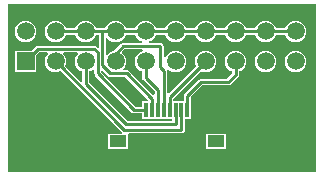
<source format=gtl>
G04*
G04 #@! TF.GenerationSoftware,Altium Limited,Altium Designer,23.3.1 (30)*
G04*
G04 Layer_Physical_Order=1*
G04 Layer_Color=255*
%FSLAX43Y43*%
%MOMM*%
G71*
G04*
G04 #@! TF.SameCoordinates,B6646961-0515-45C1-A97A-8BA6F2ED6920*
G04*
G04*
G04 #@! TF.FilePolarity,Positive*
G04*
G01*
G75*
%ADD11C,0.254*%
%ADD14R,0.300X1.200*%
%ADD15R,1.400X1.000*%
%ADD20C,1.500*%
%ADD21R,1.500X1.500*%
G36*
X26388Y282D02*
X282D01*
Y14450D01*
X26388D01*
Y282D01*
D02*
G37*
%LPC*%
G36*
X24648Y13087D02*
X24413Y13056D01*
X24194Y12965D01*
X24006Y12821D01*
X23862Y12633D01*
X23791Y12461D01*
X22965D01*
X22894Y12633D01*
X22750Y12821D01*
X22562Y12965D01*
X22343Y13056D01*
X22108Y13087D01*
X21873Y13056D01*
X21654Y12965D01*
X21466Y12821D01*
X21322Y12633D01*
X21251Y12461D01*
X20425D01*
X20354Y12633D01*
X20210Y12821D01*
X20022Y12965D01*
X19803Y13056D01*
X19568Y13087D01*
X19333Y13056D01*
X19114Y12965D01*
X18926Y12821D01*
X18782Y12633D01*
X18711Y12461D01*
X17885D01*
X17814Y12633D01*
X17670Y12821D01*
X17482Y12965D01*
X17263Y13056D01*
X17028Y13087D01*
X16793Y13056D01*
X16574Y12965D01*
X16386Y12821D01*
X16242Y12633D01*
X16171Y12461D01*
X15345D01*
X15274Y12633D01*
X15130Y12821D01*
X14942Y12965D01*
X14723Y13056D01*
X14488Y13087D01*
X14253Y13056D01*
X14034Y12965D01*
X13846Y12821D01*
X13702Y12633D01*
X13631Y12461D01*
X12805D01*
X12734Y12633D01*
X12590Y12821D01*
X12402Y12965D01*
X12183Y13056D01*
X11948Y13087D01*
X11713Y13056D01*
X11494Y12965D01*
X11306Y12821D01*
X11162Y12633D01*
X11091Y12461D01*
X10265D01*
X10194Y12633D01*
X10050Y12821D01*
X9862Y12965D01*
X9643Y13056D01*
X9408Y13087D01*
X9173Y13056D01*
X8954Y12965D01*
X8766Y12821D01*
X8622Y12633D01*
X8551Y12461D01*
X8382D01*
X8340Y12453D01*
X8299Y12461D01*
X7725D01*
X7654Y12633D01*
X7510Y12821D01*
X7322Y12965D01*
X7103Y13056D01*
X6868Y13087D01*
X6633Y13056D01*
X6414Y12965D01*
X6226Y12821D01*
X6082Y12633D01*
X6011Y12461D01*
X5185D01*
X5114Y12633D01*
X4970Y12821D01*
X4782Y12965D01*
X4563Y13056D01*
X4328Y13087D01*
X4093Y13056D01*
X3874Y12965D01*
X3686Y12821D01*
X3542Y12633D01*
X3451Y12414D01*
X3420Y12179D01*
X3451Y11944D01*
X3542Y11725D01*
X3686Y11537D01*
X3874Y11393D01*
X4093Y11302D01*
X4328Y11271D01*
X4563Y11302D01*
X4782Y11393D01*
X4970Y11537D01*
X5114Y11725D01*
X5185Y11897D01*
X6011D01*
X6082Y11725D01*
X6226Y11537D01*
X6414Y11393D01*
X6633Y11302D01*
X6868Y11271D01*
X7103Y11302D01*
X7322Y11393D01*
X7510Y11537D01*
X7654Y11725D01*
X7725Y11897D01*
X8017D01*
Y10837D01*
X7899Y10788D01*
X7820Y10868D01*
X7728Y10929D01*
X7620Y10950D01*
X7620Y10950D01*
X2817D01*
X2817Y10950D01*
X2709Y10929D01*
X2617Y10868D01*
X2617Y10868D01*
X2289Y10539D01*
X888D01*
Y8739D01*
X2688D01*
Y10140D01*
X2934Y10386D01*
X3633D01*
X3669Y10259D01*
X3542Y10093D01*
X3451Y9874D01*
X3420Y9639D01*
X3451Y9404D01*
X3542Y9185D01*
X3686Y8997D01*
X3874Y8853D01*
X4093Y8762D01*
X4328Y8731D01*
X4563Y8762D01*
X4734Y8833D01*
X9940Y3628D01*
X9934Y3583D01*
X9896Y3501D01*
X8743D01*
Y2201D01*
X10443D01*
X10443Y3501D01*
X10556Y3535D01*
X14993D01*
X15101Y3556D01*
X15193Y3617D01*
X15254Y3709D01*
X15275Y3817D01*
Y4751D01*
X15793D01*
Y6251D01*
X15775D01*
Y6613D01*
X16754Y7592D01*
X18923D01*
X18923Y7592D01*
X19031Y7613D01*
X19123Y7674D01*
X19768Y8319D01*
X19829Y8411D01*
X19850Y8519D01*
Y8782D01*
X20022Y8853D01*
X20210Y8997D01*
X20354Y9185D01*
X20445Y9404D01*
X20476Y9639D01*
X20445Y9874D01*
X20354Y10093D01*
X20210Y10281D01*
X20022Y10425D01*
X19803Y10516D01*
X19568Y10547D01*
X19333Y10516D01*
X19114Y10425D01*
X18926Y10281D01*
X18782Y10093D01*
X18691Y9874D01*
X18660Y9639D01*
X18691Y9404D01*
X18782Y9185D01*
X18926Y8997D01*
X19114Y8853D01*
X19286Y8782D01*
Y8636D01*
X18806Y8156D01*
X16637D01*
X16637Y8156D01*
X16529Y8135D01*
X16437Y8074D01*
X16437Y8074D01*
X15293Y6930D01*
X15232Y6838D01*
X15211Y6730D01*
X15211Y6730D01*
Y6251D01*
X14275D01*
Y6487D01*
X16622Y8833D01*
X16793Y8762D01*
X17028Y8731D01*
X17263Y8762D01*
X17482Y8853D01*
X17670Y8997D01*
X17814Y9185D01*
X17905Y9404D01*
X17936Y9639D01*
X17905Y9874D01*
X17814Y10093D01*
X17670Y10281D01*
X17482Y10425D01*
X17263Y10516D01*
X17028Y10547D01*
X16793Y10516D01*
X16574Y10425D01*
X16386Y10281D01*
X16242Y10093D01*
X16151Y9874D01*
X16120Y9639D01*
X16151Y9404D01*
X16222Y9233D01*
X13902Y6913D01*
X13775Y6965D01*
Y8859D01*
X13768Y8899D01*
X13883Y8969D01*
X14034Y8853D01*
X14253Y8762D01*
X14488Y8731D01*
X14723Y8762D01*
X14942Y8853D01*
X15130Y8997D01*
X15274Y9185D01*
X15365Y9404D01*
X15396Y9639D01*
X15365Y9874D01*
X15274Y10093D01*
X15130Y10281D01*
X14942Y10425D01*
X14723Y10516D01*
X14488Y10547D01*
X14253Y10516D01*
X14034Y10425D01*
X13846Y10281D01*
X13702Y10093D01*
X13611Y9874D01*
X13490Y9899D01*
Y10922D01*
X13469Y11030D01*
X13408Y11122D01*
X13316Y11183D01*
X13208Y11204D01*
X12279D01*
X12254Y11331D01*
X12402Y11393D01*
X12590Y11537D01*
X12734Y11725D01*
X12805Y11897D01*
X13631D01*
X13702Y11725D01*
X13846Y11537D01*
X14034Y11393D01*
X14253Y11302D01*
X14488Y11271D01*
X14723Y11302D01*
X14942Y11393D01*
X15130Y11537D01*
X15274Y11725D01*
X15345Y11897D01*
X16171D01*
X16242Y11725D01*
X16386Y11537D01*
X16574Y11393D01*
X16793Y11302D01*
X17028Y11271D01*
X17263Y11302D01*
X17482Y11393D01*
X17670Y11537D01*
X17814Y11725D01*
X17885Y11897D01*
X18711D01*
X18782Y11725D01*
X18926Y11537D01*
X19114Y11393D01*
X19333Y11302D01*
X19568Y11271D01*
X19803Y11302D01*
X20022Y11393D01*
X20210Y11537D01*
X20354Y11725D01*
X20425Y11897D01*
X21251D01*
X21322Y11725D01*
X21466Y11537D01*
X21654Y11393D01*
X21873Y11302D01*
X22108Y11271D01*
X22343Y11302D01*
X22562Y11393D01*
X22750Y11537D01*
X22894Y11725D01*
X22965Y11897D01*
X23791D01*
X23862Y11725D01*
X24006Y11537D01*
X24194Y11393D01*
X24413Y11302D01*
X24648Y11271D01*
X24883Y11302D01*
X25102Y11393D01*
X25290Y11537D01*
X25434Y11725D01*
X25525Y11944D01*
X25556Y12179D01*
X25525Y12414D01*
X25434Y12633D01*
X25290Y12821D01*
X25102Y12965D01*
X24883Y13056D01*
X24648Y13087D01*
D02*
G37*
G36*
X1788D02*
X1553Y13056D01*
X1334Y12965D01*
X1146Y12821D01*
X1002Y12633D01*
X911Y12414D01*
X880Y12179D01*
X911Y11944D01*
X1002Y11725D01*
X1146Y11537D01*
X1334Y11393D01*
X1553Y11302D01*
X1788Y11271D01*
X2023Y11302D01*
X2242Y11393D01*
X2430Y11537D01*
X2574Y11725D01*
X2665Y11944D01*
X2696Y12179D01*
X2665Y12414D01*
X2574Y12633D01*
X2430Y12821D01*
X2242Y12965D01*
X2023Y13056D01*
X1788Y13087D01*
D02*
G37*
G36*
X24648Y10547D02*
X24413Y10516D01*
X24194Y10425D01*
X24006Y10281D01*
X23862Y10093D01*
X23771Y9874D01*
X23740Y9639D01*
X23771Y9404D01*
X23862Y9185D01*
X24006Y8997D01*
X24194Y8853D01*
X24413Y8762D01*
X24648Y8731D01*
X24883Y8762D01*
X25102Y8853D01*
X25290Y8997D01*
X25434Y9185D01*
X25525Y9404D01*
X25556Y9639D01*
X25525Y9874D01*
X25434Y10093D01*
X25290Y10281D01*
X25102Y10425D01*
X24883Y10516D01*
X24648Y10547D01*
D02*
G37*
G36*
X22108D02*
X21873Y10516D01*
X21654Y10425D01*
X21466Y10281D01*
X21322Y10093D01*
X21231Y9874D01*
X21200Y9639D01*
X21231Y9404D01*
X21322Y9185D01*
X21466Y8997D01*
X21654Y8853D01*
X21873Y8762D01*
X22108Y8731D01*
X22343Y8762D01*
X22562Y8853D01*
X22750Y8997D01*
X22894Y9185D01*
X22985Y9404D01*
X23016Y9639D01*
X22985Y9874D01*
X22894Y10093D01*
X22750Y10281D01*
X22562Y10425D01*
X22343Y10516D01*
X22108Y10547D01*
D02*
G37*
G36*
X18793Y3501D02*
X17093D01*
Y2201D01*
X18793D01*
Y3501D01*
D02*
G37*
%LPD*%
G36*
X11162Y11725D02*
X11306Y11537D01*
X11494Y11393D01*
X11642Y11331D01*
X11617Y11204D01*
X10033D01*
X10033Y11204D01*
X9925Y11183D01*
X9833Y11122D01*
X9833Y11122D01*
X9236Y10524D01*
X9173Y10516D01*
X8954Y10425D01*
X8766Y10281D01*
X8708Y10206D01*
X8581Y10249D01*
Y11569D01*
X8708Y11612D01*
X8766Y11537D01*
X8954Y11393D01*
X9173Y11302D01*
X9408Y11271D01*
X9643Y11302D01*
X9862Y11393D01*
X10050Y11537D01*
X10194Y11725D01*
X10265Y11897D01*
X11091D01*
X11162Y11725D01*
D02*
G37*
G36*
X6209Y10259D02*
X6082Y10093D01*
X5991Y9874D01*
X5960Y9639D01*
X5991Y9404D01*
X6082Y9185D01*
X6226Y8997D01*
X6414Y8853D01*
X6586Y8782D01*
Y7947D01*
X6468Y7898D01*
X5134Y9233D01*
X5205Y9404D01*
X5236Y9639D01*
X5205Y9874D01*
X5114Y10093D01*
X4987Y10259D01*
X5023Y10386D01*
X6173D01*
X6209Y10259D01*
D02*
G37*
G36*
X11713Y10516D02*
X11494Y10425D01*
X11306Y10281D01*
X11162Y10093D01*
X11071Y9874D01*
X11040Y9639D01*
X11071Y9404D01*
X11162Y9185D01*
X11306Y8997D01*
X11494Y8853D01*
X11666Y8782D01*
Y8245D01*
X11666Y8245D01*
X11687Y8137D01*
X11748Y8045D01*
X12711Y7083D01*
Y6838D01*
X12584Y6786D01*
X10558Y8812D01*
X10466Y8873D01*
X10358Y8894D01*
X10358Y8894D01*
X10107D01*
X10069Y9021D01*
X10194Y9185D01*
X10285Y9404D01*
X10316Y9639D01*
X10285Y9874D01*
X10194Y10093D01*
X10050Y10281D01*
X9980Y10335D01*
X9972Y10461D01*
X10150Y10640D01*
X11693D01*
X11713Y10516D01*
D02*
G37*
G36*
X8783Y8412D02*
X8783Y8412D01*
X8875Y8351D01*
X8983Y8330D01*
X10241D01*
X12193Y6378D01*
X12167Y6251D01*
X11693D01*
Y5783D01*
X11126D01*
X8177Y8732D01*
Y8852D01*
X8295Y8900D01*
X8783Y8412D01*
D02*
G37*
G36*
X7613Y8940D02*
Y8615D01*
X7613Y8615D01*
X7634Y8507D01*
X7695Y8415D01*
X10809Y5301D01*
X10809Y5301D01*
X10901Y5240D01*
X11009Y5219D01*
X11009Y5219D01*
X11693D01*
Y4751D01*
X14211D01*
Y4615D01*
X10389D01*
X7150Y7854D01*
Y8782D01*
X7322Y8853D01*
X7486Y8978D01*
X7613Y8940D01*
D02*
G37*
D11*
X4328Y12179D02*
X6868D01*
X9408D02*
X11948D01*
X14488D01*
X17028D01*
X19568D01*
X22108D01*
X24648D01*
X4315Y12192D02*
X4328Y12179D01*
X12493Y5501D02*
Y6477D01*
X15493Y5501D02*
Y6730D01*
X16637Y7874D01*
X18923D01*
X19568Y8519D01*
Y9639D01*
X13993Y5501D02*
Y6604D01*
X17028Y9639D01*
X9408D02*
X9919D01*
X13208Y9144D02*
Y10922D01*
X10033D02*
X13208D01*
X9408Y10297D02*
X10033Y10922D01*
X9408Y9639D02*
Y10297D01*
X13493Y5501D02*
Y8859D01*
X13208Y9144D02*
X13493Y8859D01*
X11948Y8245D02*
Y9639D01*
Y8245D02*
X12993Y7200D01*
Y5501D02*
Y7200D01*
X14493Y4333D02*
Y5501D01*
X6868Y7737D02*
Y9639D01*
Y7737D02*
X10272Y4333D01*
X14493D01*
X14993Y3817D02*
Y5501D01*
X10150Y3817D02*
X14993D01*
X4328Y9639D02*
X10150Y3817D01*
X1788Y9639D02*
X2817Y10668D01*
X11009Y5501D02*
X11993D01*
X2817Y10668D02*
X7620D01*
X10358Y8612D02*
X12493Y6477D01*
X8983Y8612D02*
X10358D01*
X8382Y12179D02*
X9408D01*
X8299Y9296D02*
X8983Y8612D01*
X8299Y9296D02*
Y12179D01*
X6868D02*
X8299D01*
X7620Y10668D02*
X7895Y10393D01*
Y8615D02*
X11009Y5501D01*
X7895Y8615D02*
Y10393D01*
D14*
X15493Y5501D02*
D03*
X14993D02*
D03*
X14493D02*
D03*
X13993D02*
D03*
X13493D02*
D03*
X12993D02*
D03*
X12493D02*
D03*
X11993D02*
D03*
D15*
X17943Y2851D02*
D03*
X9593D02*
D03*
D20*
X24648Y12179D02*
D03*
Y9639D02*
D03*
X22108Y12179D02*
D03*
Y9639D02*
D03*
X19568Y12179D02*
D03*
Y9639D02*
D03*
X17028Y12179D02*
D03*
Y9639D02*
D03*
X14488Y12179D02*
D03*
Y9639D02*
D03*
X11948Y12179D02*
D03*
Y9639D02*
D03*
X9408Y12179D02*
D03*
Y9639D02*
D03*
X6868Y12179D02*
D03*
Y9639D02*
D03*
X4328Y12179D02*
D03*
Y9639D02*
D03*
X1788Y12179D02*
D03*
D21*
Y9639D02*
D03*
M02*

</source>
